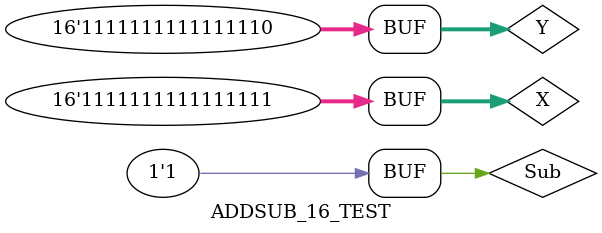
<source format=v>
`timescale 1ns / 1ps


module ADDSUB_16(X, Y, Sub, S, Cout);

    input [15:0] X, Y; 
    input Sub;
    
    output [15:0] S;
    output Cout;
    
    CLA_16 adder0 (X, Y^{16{Sub}}, Sub, S, Cout);

endmodule


module ADDSUB_16_TEST;
reg [15:0] X,Y;
reg Sub;
wire [15:0] S;
wire Cout;
ADDSUB_16 addsubtest ( .X(X), .Y(Y), .Sub(Sub), .S(S), .Cout(Cout));
    initial begin
      X = 136;
      Y = 17;
      Sub = 1;
      
      #20;
      X = 'b1111111111111111;
      Y = 'b1111111111111110;
      Sub = 1;
    end
endmodule
</source>
